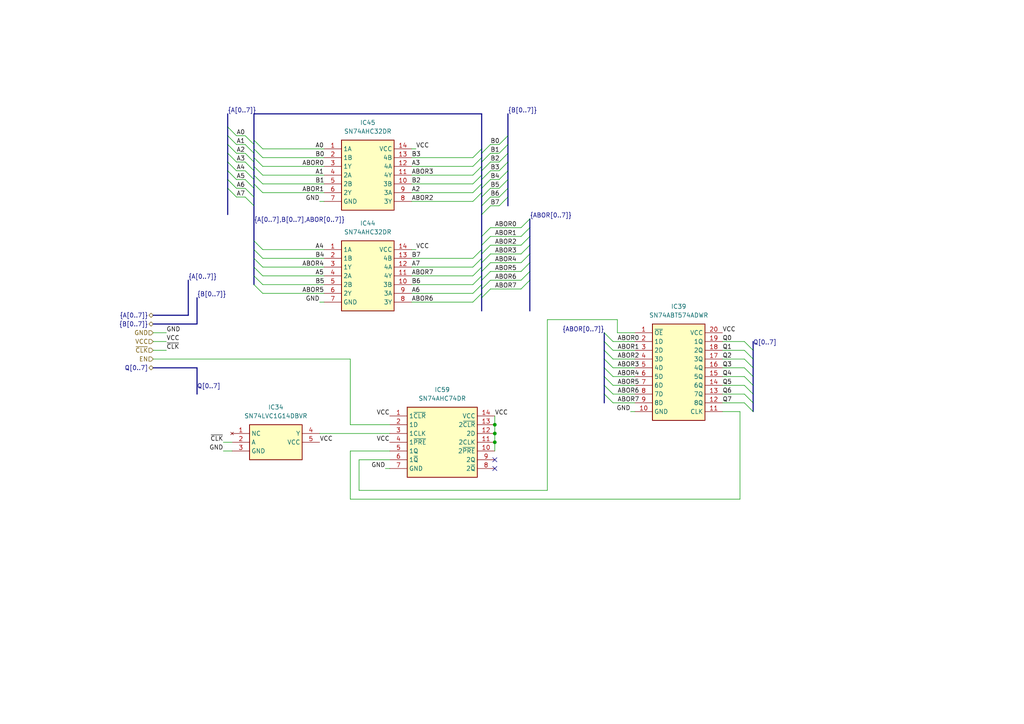
<source format=kicad_sch>
(kicad_sch (version 20250114) (generator "eeschema") (generator_version "9.0")
  (paper "A4")
  (lib_symbols
    (symbol "Samacsys:SN74ABT574ADWR"
      (property "Reference" "IC" (at 21.59 7.62 0))
      (property "Value" "SN74ABT574ADWR" (at 21.59 5.08 0))
      (symbol "SN74ABT574ADWR_1_1"
        (rectangle (start 5.08 2.54) (end 20.32 -25.4) (stroke (width 0.254)) (fill (type background)))
        (pin passive line (at 0 0 0) (length 5.08) (name "~{OE}") (number "1"))
        (pin passive line (at 0 -2.54 0) (length 5.08) (name "1D") (number "2"))
        (pin passive line (at 0 -5.08 0) (length 5.08) (name "2D") (number "3"))
        (pin passive line (at 0 -7.62 0) (length 5.08) (name "3D") (number "4"))
        (pin passive line (at 0 -10.16 0) (length 5.08) (name "4D") (number "5"))
        (pin passive line (at 0 -12.7 0) (length 5.08) (name "5D") (number "6"))
        (pin passive line (at 0 -15.24 0) (length 5.08) (name "6D") (number "7"))
        (pin passive line (at 0 -17.78 0) (length 5.08) (name "7D") (number "8"))
        (pin passive line (at 0 -20.32 0) (length 5.08) (name "8D") (number "9"))
        (pin passive line (at 0 -22.86 0) (length 5.08) (name "GND") (number "10"))
        (pin passive line (at 25.4 0 180) (length 5.08) (name "VCC") (number "20"))
        (pin passive line (at 25.4 -2.54 180) (length 5.08) (name "1Q") (number "19"))
        (pin passive line (at 25.4 -5.08 180) (length 5.08) (name "2Q") (number "18"))
        (pin passive line (at 25.4 -7.62 180) (length 5.08) (name "3Q") (number "17"))
        (pin passive line (at 25.4 -10.16 180) (length 5.08) (name "4Q") (number "16"))
        (pin passive line (at 25.4 -12.7 180) (length 5.08) (name "5Q") (number "15"))
        (pin passive line (at 25.4 -15.24 180) (length 5.08) (name "6Q") (number "14"))
        (pin passive line (at 25.4 -17.78 180) (length 5.08) (name "7Q") (number "13"))
        (pin passive line (at 25.4 -20.32 180) (length 5.08) (name "8Q") (number "12"))
        (pin passive line (at 25.4 -22.86 180) (length 5.08) (name "CLK") (number "11"))
      )
    )
    (symbol "Samacsys:SN74AHC32DR"
      (property "Reference" "IC" (at 21.59 7.62 0))
      (property "Value" "SN74AHC32DR" (at 21.59 5.08 0))
      (symbol "SN74AHC32DR_1_1"
        (rectangle (start 5.08 2.54) (end 20.32 -17.78) (stroke (width 0.254)) (fill (type background)))
        (pin passive line (at 0 0 0) (length 5.08) (name "1A") (number "1"))
        (pin passive line (at 0 -2.54 0) (length 5.08) (name "1B") (number "2"))
        (pin passive line (at 0 -5.08 0) (length 5.08) (name "1Y") (number "3"))
        (pin passive line (at 0 -7.62 0) (length 5.08) (name "2A") (number "4"))
        (pin passive line (at 0 -10.16 0) (length 5.08) (name "2B") (number "5"))
        (pin passive line (at 0 -12.7 0) (length 5.08) (name "2Y") (number "6"))
        (pin passive line (at 0 -15.24 0) (length 5.08) (name "GND") (number "7"))
        (pin passive line (at 25.4 0 180) (length 5.08) (name "VCC") (number "14"))
        (pin passive line (at 25.4 -2.54 180) (length 5.08) (name "4B") (number "13"))
        (pin passive line (at 25.4 -5.08 180) (length 5.08) (name "4A") (number "12"))
        (pin passive line (at 25.4 -7.62 180) (length 5.08) (name "4Y") (number "11"))
        (pin passive line (at 25.4 -10.16 180) (length 5.08) (name "3B") (number "10"))
        (pin passive line (at 25.4 -12.7 180) (length 5.08) (name "3A") (number "9"))
        (pin passive line (at 25.4 -15.24 180) (length 5.08) (name "3Y") (number "8"))
      )
    )
    (symbol "Samacsys:SN74AHC74DR"
      (property "Reference" "IC" (at 26.67 7.62 0))
      (property "Value" "SN74AHC74DR" (at 26.67 5.08 0))
      (symbol "SN74AHC74DR_1_1"
        (rectangle (start 5.08 2.54) (end 25.4 -17.78) (stroke (width 0.254)) (fill (type background)))
        (pin passive line (at 0 0 0) (length 5.08) (name "1~{CLR}") (number "1"))
        (pin passive line (at 0 -2.54 0) (length 5.08) (name "1D") (number "2"))
        (pin passive line (at 0 -5.08 0) (length 5.08) (name "1CLK") (number "3"))
        (pin passive line (at 0 -7.62 0) (length 5.08) (name "1~{PRE}") (number "4"))
        (pin passive line (at 0 -10.16 0) (length 5.08) (name "1Q") (number "5"))
        (pin passive line (at 0 -12.7 0) (length 5.08) (name "1~{Q}") (number "6"))
        (pin passive line (at 0 -15.24 0) (length 5.08) (name "GND") (number "7"))
        (pin passive line (at 30.48 0 180) (length 5.08) (name "VCC") (number "14"))
        (pin passive line (at 30.48 -2.54 180) (length 5.08) (name "2~{CLR}") (number "13"))
        (pin passive line (at 30.48 -5.08 180) (length 5.08) (name "2D") (number "12"))
        (pin passive line (at 30.48 -7.62 180) (length 5.08) (name "2CLK") (number "11"))
        (pin passive line (at 30.48 -10.16 180) (length 5.08) (name "2~{PRE}") (number "10"))
        (pin passive line (at 30.48 -12.7 180) (length 5.08) (name "2Q") (number "9"))
        (pin passive line (at 30.48 -15.24 180) (length 5.08) (name "2~{Q}") (number "8"))
      )
    )
    (symbol "Samacsys:SN74LVC1G14DBVR"
      (property "Reference" "IC" (at 21.59 7.62 0))
      (property "Value" "SN74LVC1G14DBVR" (at 21.59 5.08 0))
      (symbol "SN74LVC1G14DBVR_1_1"
        (rectangle (start 5.08 2.54) (end 20.32 -7.62) (stroke (width 0.254)) (fill (type background)))
        (pin no_connect line (at 0 0 0) (length 5.08) (name "NC") (number "1"))
        (pin passive line (at 0 -2.54 0) (length 5.08) (name "A") (number "2"))
        (pin passive line (at 0 -5.08 0) (length 5.08) (name "GND") (number "3"))
        (pin passive line (at 25.4 0 180) (length 5.08) (name "Y") (number "4"))
        (pin passive line (at 25.4 -2.54 180) (length 5.08) (name "VCC") (number "5"))
      )
    )
  )
  (junction (at 143.51 128.27))
  (junction (at 143.51 123.19))
  (junction (at 143.51 125.73))
  (no_connect (at 143.51 133.35))
  (no_connect (at 143.51 135.89))
  (bus_entry (at 73.66 53.34) (size 2.54 2.54))
  (bus_entry (at 73.66 48.26) (size 2.54 2.54))
  (bus_entry (at 66.04 54.61) (size 2.54 2.54))
  (bus_entry (at 71.12 49.53) (size 2.54 2.54))
  (bus_entry (at 144.78 41.91) (size 2.54 -2.54))
  (bus_entry (at 139.7 73.66) (size 2.54 -2.54))
  (bus_entry (at 66.04 39.37) (size 2.54 2.54))
  (bus_entry (at 139.7 74.93) (size -2.54 2.54))
  (bus_entry (at 177.8 106.68) (size -2.54 -2.54))
  (bus_entry (at 139.7 78.74) (size 2.54 -2.54))
  (bus_entry (at 139.7 71.12) (size 2.54 -2.54))
  (bus_entry (at 151.13 83.82) (size 2.54 -2.54))
  (bus_entry (at 177.8 99.06) (size -2.54 -2.54))
  (bus_entry (at 151.13 78.74) (size 2.54 -2.54))
  (bus_entry (at 144.78 44.45) (size 2.54 -2.54))
  (bus_entry (at 215.9 114.3) (size 2.54 2.54))
  (bus_entry (at 215.9 109.22) (size 2.54 2.54))
  (bus_entry (at 71.12 57.15) (size 2.54 2.54))
  (bus_entry (at 144.78 59.69) (size 2.54 -2.54))
  (bus_entry (at 66.04 44.45) (size 2.54 2.54))
  (bus_entry (at 139.7 80.01) (size -2.54 2.54))
  (bus_entry (at 73.66 43.18) (size 2.54 2.54))
  (bus_entry (at 73.66 40.64) (size 2.54 2.54))
  (bus_entry (at 139.7 59.69) (size 2.54 -2.54))
  (bus_entry (at 66.04 41.91) (size 2.54 2.54))
  (bus_entry (at 66.04 36.83) (size 2.54 2.54))
  (bus_entry (at 71.12 44.45) (size 2.54 2.54))
  (bus_entry (at 139.7 45.72) (size -2.54 2.54))
  (bus_entry (at 71.12 52.07) (size 2.54 2.54))
  (bus_entry (at 139.7 82.55) (size -2.54 2.54))
  (bus_entry (at 73.66 69.85) (size 2.54 2.54))
  (bus_entry (at 139.7 76.2) (size 2.54 -2.54))
  (bus_entry (at 73.66 82.55) (size 2.54 2.54))
  (bus_entry (at 139.7 68.58) (size 2.54 -2.54))
  (bus_entry (at 139.7 44.45) (size 2.54 -2.54))
  (bus_entry (at 218.44 109.22) (size -2.54 -2.54))
  (bus_entry (at 144.78 54.61) (size 2.54 -2.54))
  (bus_entry (at 139.7 50.8) (size -2.54 2.54))
  (bus_entry (at 175.26 109.22) (size 2.54 2.54))
  (bus_entry (at 71.12 39.37) (size 2.54 2.54))
  (bus_entry (at 175.26 106.68) (size 2.54 2.54))
  (bus_entry (at 218.44 101.6) (size -2.54 -2.54))
  (bus_entry (at 175.26 114.3) (size 2.54 2.54))
  (bus_entry (at 144.78 52.07) (size 2.54 -2.54))
  (bus_entry (at 139.7 83.82) (size 2.54 -2.54))
  (bus_entry (at 139.7 85.09) (size -2.54 2.54))
  (bus_entry (at 66.04 46.99) (size 2.54 2.54))
  (bus_entry (at 139.7 55.88) (size -2.54 2.54))
  (bus_entry (at 151.13 66.04) (size 2.54 -2.54))
  (bus_entry (at 139.7 57.15) (size 2.54 -2.54))
  (bus_entry (at 177.8 104.14) (size -2.54 -2.54))
  (bus_entry (at 215.9 111.76) (size 2.54 2.54))
  (bus_entry (at 175.26 111.76) (size 2.54 2.54))
  (bus_entry (at 218.44 104.14) (size -2.54 -2.54))
  (bus_entry (at 144.78 49.53) (size 2.54 -2.54))
  (bus_entry (at 151.13 71.12) (size 2.54 -2.54))
  (bus_entry (at 139.7 49.53) (size 2.54 -2.54))
  (bus_entry (at 218.44 106.68) (size -2.54 -2.54))
  (bus_entry (at 139.7 48.26) (size -2.54 2.54))
  (bus_entry (at 151.13 76.2) (size 2.54 -2.54))
  (bus_entry (at 66.04 49.53) (size 2.54 2.54))
  (bus_entry (at 73.66 77.47) (size 2.54 2.54))
  (bus_entry (at 139.7 77.47) (size -2.54 2.54))
  (bus_entry (at 177.8 101.6) (size -2.54 -2.54))
  (bus_entry (at 151.13 68.58) (size 2.54 -2.54))
  (bus_entry (at 215.9 116.84) (size 2.54 2.54))
  (bus_entry (at 73.66 50.8) (size 2.54 2.54))
  (bus_entry (at 139.7 46.99) (size 2.54 -2.54))
  (bus_entry (at 139.7 43.18) (size -2.54 2.54))
  (bus_entry (at 151.13 81.28) (size 2.54 -2.54))
  (bus_entry (at 144.78 57.15) (size 2.54 -2.54))
  (bus_entry (at 71.12 54.61) (size 2.54 2.54))
  (bus_entry (at 139.7 81.28) (size 2.54 -2.54))
  (bus_entry (at 139.7 62.23) (size 2.54 -2.54))
  (bus_entry (at 73.66 74.93) (size 2.54 2.54))
  (bus_entry (at 73.66 45.72) (size 2.54 2.54))
  (bus_entry (at 139.7 72.39) (size -2.54 2.54))
  (bus_entry (at 71.12 46.99) (size 2.54 2.54))
  (bus_entry (at 139.7 53.34) (size -2.54 2.54))
  (bus_entry (at 73.66 80.01) (size 2.54 2.54))
  (bus_entry (at 151.13 73.66) (size 2.54 -2.54))
  (bus_entry (at 71.12 41.91) (size 2.54 2.54))
  (bus_entry (at 144.78 46.99) (size 2.54 -2.54))
  (bus_entry (at 139.7 86.36) (size 2.54 -2.54))
  (bus_entry (at 139.7 54.61) (size 2.54 -2.54))
  (bus_entry (at 139.7 52.07) (size 2.54 -2.54))
  (bus_entry (at 73.66 72.39) (size 2.54 2.54))
  (bus_entry (at 66.04 52.07) (size 2.54 2.54))
  (wire (pts (xy 76.2 43.18) (xy 93.98 43.18)))
  (bus (pts (xy 73.66 49.53) (xy 73.66 50.8)))
  (wire (pts (xy 104.14 142.24) (xy 158.75 142.24)))
  (bus (pts (xy 139.7 80.01) (xy 139.7 81.28)))
  (bus (pts (xy 73.66 74.93) (xy 73.66 77.47)))
  (bus (pts (xy 139.7 73.66) (xy 139.7 74.93)))
  (bus (pts (xy 139.7 77.47) (xy 139.7 78.74)))
  (wire (pts (xy 142.24 46.99) (xy 144.78 46.99)))
  (wire (pts (xy 142.24 76.2) (xy 151.13 76.2)))
  (wire (pts (xy 209.55 109.22) (xy 215.9 109.22)))
  (wire (pts (xy 137.16 80.01) (xy 119.38 80.01)))
  (wire (pts (xy 184.15 111.76) (xy 177.8 111.76)))
  (wire (pts (xy 184.15 101.6) (xy 177.8 101.6)))
  (wire (pts (xy 76.2 74.93) (xy 93.98 74.93)))
  (wire (pts (xy 48.26 99.06) (xy 44.45 99.06)))
  (wire (pts (xy 137.16 74.93) (xy 119.38 74.93)))
  (wire (pts (xy 209.55 114.3) (xy 215.9 114.3)))
  (wire (pts (xy 137.16 58.42) (xy 119.38 58.42)))
  (wire (pts (xy 92.71 87.63) (xy 93.98 87.63)))
  (wire (pts (xy 142.24 83.82) (xy 151.13 83.82)))
  (bus (pts (xy 73.66 52.07) (xy 73.66 53.34)))
  (bus (pts (xy 139.7 59.69) (xy 139.7 62.23)))
  (wire (pts (xy 142.24 68.58) (xy 151.13 68.58)))
  (wire (pts (xy 142.24 49.53) (xy 144.78 49.53)))
  (wire (pts (xy 68.58 49.53) (xy 71.12 49.53)))
  (bus (pts (xy 175.26 114.3) (xy 175.26 116.84)))
  (bus (pts (xy 175.26 99.06) (xy 175.26 101.6)))
  (wire (pts (xy 179.07 92.71) (xy 179.07 96.52)))
  (wire (pts (xy 137.16 85.09) (xy 119.38 85.09)))
  (bus (pts (xy 175.26 96.52) (xy 175.26 99.06)))
  (bus (pts (xy 57.15 106.68) (xy 57.15 114.3)))
  (bus (pts (xy 73.66 50.8) (xy 73.66 52.07)))
  (bus (pts (xy 147.32 41.91) (xy 147.32 44.45)))
  (wire (pts (xy 76.2 80.01) (xy 93.98 80.01)))
  (wire (pts (xy 120.65 43.18) (xy 119.38 43.18)))
  (wire (pts (xy 104.14 133.35) (xy 104.14 142.24)))
  (bus (pts (xy 73.66 53.34) (xy 73.66 54.61)))
  (wire (pts (xy 142.24 52.07) (xy 144.78 52.07)))
  (bus (pts (xy 147.32 33.02) (xy 147.32 39.37)))
  (bus (pts (xy 218.44 114.3) (xy 218.44 116.84)))
  (wire (pts (xy 76.2 55.88) (xy 93.98 55.88)))
  (wire (pts (xy 137.16 55.88) (xy 119.38 55.88)))
  (bus (pts (xy 66.04 52.07) (xy 66.04 54.61)))
  (bus (pts (xy 139.7 83.82) (xy 139.7 85.09)))
  (wire (pts (xy 137.16 48.26) (xy 119.38 48.26)))
  (bus (pts (xy 73.66 41.91) (xy 73.66 43.18)))
  (bus (pts (xy 139.7 68.58) (xy 139.7 71.12)))
  (wire (pts (xy 76.2 85.09) (xy 93.98 85.09)))
  (bus (pts (xy 73.66 44.45) (xy 73.66 45.72)))
  (wire (pts (xy 182.88 119.38) (xy 184.15 119.38)))
  (bus (pts (xy 73.66 48.26) (xy 73.66 49.53)))
  (bus (pts (xy 139.7 52.07) (xy 139.7 53.34)))
  (wire (pts (xy 101.6 104.14) (xy 44.45 104.14)))
  (bus (pts (xy 218.44 106.68) (xy 218.44 109.22)))
  (bus (pts (xy 66.04 41.91) (xy 66.04 44.45)))
  (bus (pts (xy 153.67 66.04) (xy 153.67 68.58)))
  (bus (pts (xy 73.66 46.99) (xy 73.66 48.26)))
  (wire (pts (xy 92.71 125.73) (xy 113.03 125.73)))
  (wire (pts (xy 214.63 119.38) (xy 209.55 119.38)))
  (wire (pts (xy 113.03 133.35) (xy 104.14 133.35)))
  (bus (pts (xy 73.66 72.39) (xy 73.66 74.93)))
  (bus (pts (xy 175.26 106.68) (xy 175.26 109.22)))
  (wire (pts (xy 179.07 96.52) (xy 184.15 96.52)))
  (wire (pts (xy 137.16 77.47) (xy 119.38 77.47)))
  (bus (pts (xy 66.04 44.45) (xy 66.04 46.99)))
  (bus (pts (xy 139.7 78.74) (xy 139.7 80.01)))
  (bus (pts (xy 139.7 72.39) (xy 139.7 73.66)))
  (bus (pts (xy 139.7 45.72) (xy 139.7 46.99)))
  (wire (pts (xy 142.24 81.28) (xy 151.13 81.28)))
  (wire (pts (xy 64.77 128.27) (xy 67.31 128.27)))
  (wire (pts (xy 120.65 72.39) (xy 119.38 72.39)))
  (wire (pts (xy 44.45 96.52) (xy 48.26 96.52)))
  (wire (pts (xy 209.55 116.84) (xy 215.9 116.84)))
  (bus (pts (xy 73.66 80.01) (xy 73.66 82.55)))
  (wire (pts (xy 137.16 87.63) (xy 119.38 87.63)))
  (wire (pts (xy 48.26 101.6) (xy 44.45 101.6)))
  (bus (pts (xy 153.67 71.12) (xy 153.67 73.66)))
  (wire (pts (xy 143.51 120.65) (xy 143.51 123.19)))
  (wire (pts (xy 209.55 111.76) (xy 215.9 111.76)))
  (bus (pts (xy 57.15 86.36) (xy 57.15 93.98)))
  (wire (pts (xy 101.6 123.19) (xy 113.03 123.19)))
  (wire (pts (xy 184.15 104.14) (xy 177.8 104.14)))
  (bus (pts (xy 218.44 99.06) (xy 218.44 101.6)))
  (bus (pts (xy 66.04 36.83) (xy 66.04 39.37)))
  (bus (pts (xy 57.15 93.98) (xy 44.45 93.98)))
  (bus (pts (xy 139.7 54.61) (xy 139.7 55.88)))
  (bus (pts (xy 66.04 39.37) (xy 66.04 41.91)))
  (wire (pts (xy 101.6 144.78) (xy 214.63 144.78)))
  (wire (pts (xy 142.24 73.66) (xy 151.13 73.66)))
  (wire (pts (xy 76.2 50.8) (xy 93.98 50.8)))
  (bus (pts (xy 139.7 49.53) (xy 139.7 50.8)))
  (wire (pts (xy 209.55 106.68) (xy 215.9 106.68)))
  (bus (pts (xy 73.66 57.15) (xy 73.66 59.69)))
  (wire (pts (xy 64.77 130.81) (xy 67.31 130.81)))
  (wire (pts (xy 68.58 41.91) (xy 71.12 41.91)))
  (wire (pts (xy 68.58 54.61) (xy 71.12 54.61)))
  (bus (pts (xy 139.7 43.18) (xy 139.7 44.45)))
  (bus (pts (xy 218.44 116.84) (xy 218.44 119.38)))
  (bus (pts (xy 147.32 54.61) (xy 147.32 57.15)))
  (wire (pts (xy 111.76 135.89) (xy 113.03 135.89)))
  (bus (pts (xy 139.7 81.28) (xy 139.7 82.55)))
  (bus (pts (xy 139.7 46.99) (xy 139.7 48.26)))
  (bus (pts (xy 175.26 109.22) (xy 175.26 111.76)))
  (bus (pts (xy 139.7 33.02) (xy 73.66 33.02)))
  (wire (pts (xy 76.2 48.26) (xy 93.98 48.26)))
  (wire (pts (xy 184.15 116.84) (xy 177.8 116.84)))
  (bus (pts (xy 54.61 91.44) (xy 54.61 81.28)))
  (wire (pts (xy 209.55 99.06) (xy 215.9 99.06)))
  (bus (pts (xy 147.32 46.99) (xy 147.32 49.53)))
  (wire (pts (xy 76.2 82.55) (xy 93.98 82.55)))
  (wire (pts (xy 142.24 54.61) (xy 144.78 54.61)))
  (bus (pts (xy 66.04 46.99) (xy 66.04 49.53)))
  (wire (pts (xy 214.63 144.78) (xy 214.63 119.38)))
  (bus (pts (xy 73.66 43.18) (xy 73.66 44.45)))
  (bus (pts (xy 175.26 111.76) (xy 175.26 114.3)))
  (bus (pts (xy 139.7 86.36) (xy 139.7 90.17)))
  (wire (pts (xy 142.24 41.91) (xy 144.78 41.91)))
  (wire (pts (xy 142.24 59.69) (xy 144.78 59.69)))
  (bus (pts (xy 139.7 55.88) (xy 139.7 57.15)))
  (wire (pts (xy 143.51 128.27) (xy 143.51 130.81)))
  (bus (pts (xy 44.45 106.68) (xy 57.15 106.68)))
  (wire (pts (xy 184.15 109.22) (xy 177.8 109.22)))
  (bus (pts (xy 66.04 49.53) (xy 66.04 52.07)))
  (wire (pts (xy 68.58 52.07) (xy 71.12 52.07)))
  (wire (pts (xy 76.2 77.47) (xy 93.98 77.47)))
  (bus (pts (xy 139.7 33.02) (xy 139.7 43.18)))
  (wire (pts (xy 137.16 45.72) (xy 119.38 45.72)))
  (bus (pts (xy 139.7 57.15) (xy 139.7 59.69)))
  (bus (pts (xy 73.66 33.02) (xy 73.66 40.64)))
  (bus (pts (xy 147.32 57.15) (xy 147.32 59.69)))
  (bus (pts (xy 147.32 44.45) (xy 147.32 46.99)))
  (wire (pts (xy 209.55 104.14) (xy 215.9 104.14)))
  (bus (pts (xy 73.66 54.61) (xy 73.66 57.15)))
  (wire (pts (xy 209.55 101.6) (xy 215.9 101.6)))
  (bus (pts (xy 139.7 53.34) (xy 139.7 54.61)))
  (wire (pts (xy 184.15 106.68) (xy 177.8 106.68)))
  (bus (pts (xy 218.44 101.6) (xy 218.44 104.14)))
  (bus (pts (xy 139.7 85.09) (xy 139.7 86.36)))
  (wire (pts (xy 137.16 50.8) (xy 119.38 50.8)))
  (bus (pts (xy 73.66 59.69) (xy 73.66 69.85)))
  (wire (pts (xy 137.16 82.55) (xy 119.38 82.55)))
  (bus (pts (xy 147.32 52.07) (xy 147.32 54.61)))
  (bus (pts (xy 153.67 81.28) (xy 153.67 90.17)))
  (bus (pts (xy 139.7 62.23) (xy 139.7 68.58)))
  (bus (pts (xy 153.67 63.5) (xy 153.67 66.04)))
  (bus (pts (xy 139.7 50.8) (xy 139.7 52.07)))
  (wire (pts (xy 142.24 66.04) (xy 151.13 66.04)))
  (bus (pts (xy 73.66 40.64) (xy 73.66 41.91)))
  (bus (pts (xy 218.44 109.22) (xy 218.44 111.76)))
  (bus (pts (xy 147.32 49.53) (xy 147.32 52.07)))
  (bus (pts (xy 73.66 69.85) (xy 73.66 72.39)))
  (wire (pts (xy 142.24 44.45) (xy 144.78 44.45)))
  (wire (pts (xy 184.15 114.3) (xy 177.8 114.3)))
  (bus (pts (xy 139.7 71.12) (xy 139.7 72.39)))
  (wire (pts (xy 68.58 39.37) (xy 71.12 39.37)))
  (wire (pts (xy 184.15 99.06) (xy 177.8 99.06)))
  (wire (pts (xy 92.71 58.42) (xy 93.98 58.42)))
  (bus (pts (xy 147.32 39.37) (xy 147.32 41.91)))
  (wire (pts (xy 76.2 45.72) (xy 93.98 45.72)))
  (bus (pts (xy 66.04 54.61) (xy 66.04 62.23)))
  (wire (pts (xy 137.16 53.34) (xy 119.38 53.34)))
  (bus (pts (xy 218.44 111.76) (xy 218.44 114.3)))
  (bus (pts (xy 153.67 78.74) (xy 153.67 81.28)))
  (bus (pts (xy 175.26 104.14) (xy 175.26 106.68)))
  (bus (pts (xy 218.44 104.14) (xy 218.44 106.68)))
  (bus (pts (xy 73.66 45.72) (xy 73.66 46.99)))
  (bus (pts (xy 44.45 91.44) (xy 54.61 91.44)))
  (bus (pts (xy 139.7 76.2) (xy 139.7 77.47)))
  (bus (pts (xy 153.67 76.2) (xy 153.67 78.74)))
  (wire (pts (xy 101.6 130.81) (xy 101.6 144.78)))
  (bus (pts (xy 153.67 68.58) (xy 153.67 71.12)))
  (bus (pts (xy 153.67 73.66) (xy 153.67 76.2)))
  (wire (pts (xy 142.24 78.74) (xy 151.13 78.74)))
  (bus (pts (xy 175.26 101.6) (xy 175.26 104.14)))
  (wire (pts (xy 142.24 57.15) (xy 144.78 57.15)))
  (bus (pts (xy 66.04 33.02) (xy 66.04 36.83)))
  (wire (pts (xy 76.2 72.39) (xy 93.98 72.39)))
  (wire (pts (xy 68.58 57.15) (xy 71.12 57.15)))
  (wire (pts (xy 76.2 53.34) (xy 93.98 53.34)))
  (wire (pts (xy 143.51 125.73) (xy 143.51 128.27)))
  (wire (pts (xy 68.58 46.99) (xy 71.12 46.99)))
  (wire (pts (xy 143.51 123.19) (xy 143.51 125.73)))
  (bus (pts (xy 139.7 48.26) (xy 139.7 49.53)))
  (bus (pts (xy 73.66 77.47) (xy 73.66 80.01)))
  (wire (pts (xy 158.75 92.71) (xy 179.07 92.71)))
  (wire (pts (xy 158.75 142.24) (xy 158.75 92.71)))
  (bus (pts (xy 139.7 82.55) (xy 139.7 83.82)))
  (wire (pts (xy 101.6 104.14) (xy 101.6 123.19)))
  (bus (pts (xy 139.7 74.93) (xy 139.7 76.2)))
  (bus (pts (xy 139.7 44.45) (xy 139.7 45.72)))
  (wire (pts (xy 142.24 71.12) (xy 151.13 71.12)))
  (wire (pts (xy 113.03 130.81) (xy 101.6 130.81)))
  (wire (pts (xy 68.58 44.45) (xy 71.12 44.45)))
  (label "B4" (at 91.44 74.93 0))
  (label "A1" (at 68.58 41.91 0))
  (label "GND" (at 92.71 58.42 180))
  (label "A3" (at 119.38 48.26 0))
  (label "ABOR2" (at 143.51 71.12 0))
  (label "Q7" (at 209.55 116.84 0))
  (label "B0" (at 91.44 45.72 0))
  (label "VCC" (at 143.51 120.65 0))
  (label "A3" (at 68.58 46.99 0))
  (label "{B[0..7]}" (at 147.32 33.02 0))
  (label "ABOR4" (at 143.51 76.2 0))
  (label "GND" (at 182.88 119.38 180))
  (label "ABOR2" (at 179.07 104.14 0))
  (label "Q5" (at 209.55 111.76 0))
  (label "A2" (at 68.58 44.45 0))
  (label "GND" (at 92.71 87.63 180))
  (label "ABOR0" (at 179.07 99.06 0))
  (label "A1" (at 91.44 50.8 0))
  (label "ABOR1" (at 87.63 55.88 0))
  (label "Q3" (at 209.55 106.68 0))
  (label "Q6" (at 209.55 114.3 0))
  (label "~{CLK}" (at 48.26 101.6 0))
  (label "ABOR6" (at 179.07 114.3 0))
  (label "{A[0..7]}" (at 54.61 81.28 0))
  (label "A0" (at 91.44 43.18 0))
  (label "ABOR1" (at 143.51 68.58 0))
  (label "A5" (at 91.44 80.01 0))
  (label "VCC" (at 209.55 96.52 0))
  (label "ABOR5" (at 179.07 111.76 0))
  (label "B7" (at 142.24 59.69 0))
  (label "{A[0..7],B[0..7],ABOR[0..7]}" (at 73.66 64.77 0))
  (label "GND" (at 64.77 130.81 180))
  (label "{ABOR[0..7]}" (at 175.26 96.52 180))
  (label "VCC" (at 113.03 120.65 180))
  (label "B4" (at 142.24 52.07 0))
  (label "{B[0..7]}" (at 57.15 86.36 0))
  (label "{A[0..7]}" (at 66.04 33.02 0))
  (label "ABOR0" (at 143.51 66.04 0))
  (label "B2" (at 119.38 53.34 0))
  (label "Q[0..7]" (at 218.44 100.33 0))
  (label "Q4" (at 209.55 109.22 0))
  (label "ABOR3" (at 119.38 50.8 0))
  (label "VCC" (at 113.03 128.27 180))
  (label "ABOR7" (at 119.38 80.01 0))
  (label "A7" (at 68.58 57.15 0))
  (label "Q1" (at 209.55 101.6 0))
  (label "ABOR2" (at 119.38 58.42 0))
  (label "B1" (at 91.44 53.34 0))
  (label "A4" (at 68.58 49.53 0))
  (label "A2" (at 119.38 55.88 0))
  (label "B7" (at 119.38 74.93 0))
  (label "A0" (at 68.58 39.37 0))
  (label "ABOR7" (at 179.07 116.84 0))
  (label "Q2" (at 209.55 104.14 0))
  (label "~{CLK}" (at 64.77 128.27 180))
  (label "ABOR1" (at 179.07 101.6 0))
  (label "VCC" (at 48.26 99.06 0))
  (label "{ABOR[0..7]}" (at 153.67 63.5 0))
  (label "B6" (at 142.24 57.15 0))
  (label "GND" (at 111.76 135.89 180))
  (label "GND" (at 48.26 96.52 0))
  (label "B3" (at 119.38 45.72 0))
  (label "A5" (at 68.58 52.07 0))
  (label "Q[0..7]" (at 57.15 113.03 0))
  (label "VCC" (at 120.65 43.18 0))
  (label "ABOR5" (at 143.51 78.74 0))
  (label "A6" (at 68.58 54.61 0))
  (label "VCC" (at 92.71 128.27 0))
  (label "A7" (at 119.38 77.47 0))
  (label "A6" (at 119.38 85.09 0))
  (label "ABOR0" (at 87.63 48.26 0))
  (label "ABOR5" (at 87.63 85.09 0))
  (label "ABOR4" (at 179.07 109.22 0))
  (label "B1" (at 142.24 44.45 0))
  (label "B5" (at 142.24 54.61 0))
  (label "B3" (at 142.24 49.53 0))
  (label "A4" (at 91.44 72.39 0))
  (label "VCC" (at 120.65 72.39 0))
  (label "Q0" (at 209.55 99.06 0))
  (label "B5" (at 91.44 82.55 0))
  (label "B6" (at 119.38 82.55 0))
  (label "ABOR7" (at 143.51 83.82 0))
  (label "B2" (at 142.24 46.99 0))
  (label "ABOR6" (at 119.38 87.63 0))
  (label "ABOR6" (at 143.51 81.28 0))
  (label "B0" (at 142.24 41.91 0))
  (label "ABOR3" (at 143.51 73.66 0))
  (label "ABOR4" (at 87.63 77.47 0))
  (label "ABOR3" (at 179.07 106.68 0))
  (hierarchical_label "VCC" (shape input) (at 44.45 99.06 180))
  (hierarchical_label "{A[0..7]}" (shape tri_state) (at 44.45 91.44 180))
  (hierarchical_label "GND" (shape input) (at 44.45 96.52 180))
  (hierarchical_label "{B[0..7]}" (shape tri_state) (at 44.45 93.98 180))
  (hierarchical_label "EN" (shape input) (at 44.45 104.14 180))
  (hierarchical_label "Q[0..7]" (shape tri_state) (at 44.45 106.68 180))
  (hierarchical_label "~{CLK}" (shape input) (at 44.45 101.6 180))
  (symbol (lib_id "Samacsys:SN74LVC1G14DBVR") (at 67.31 125.73 0) (unit 1)
    (property "Reference" "IC34" (at 80.01 118.11 0))
    (property "Value" "SN74LVC1G14DBVR" (at 80.01 120.65 0))
    (property "Footprint" "Samacsys:SOT95P280X145-5N" (effects (hide yes)))
    (property "Datasheet" "https://datasheet.datasheetarchive.com/originals/distributors/Datasheets-DGA13/1136296.pdf" (effects (hide yes)))
    (property "Description" "TEXAS INSTRUMENTS - SN74LVC1G14DBVR - IC, SCHMITT TRIGGER INVERTER, SMD" (effects (hide yes)))
    (property "Height" "1.45" (effects (hide yes)))
    (property "Mouser Part Number" "595-SN74LVC1G14DBVR" (effects (hide yes)))
    (property "Mouser Price/Stock" "https://www.mouser.co.uk/ProductDetail/Texas-Instruments/SN74LVC1G14DBVR?qs=dT9u2OTAaVWRIgCrQFnxuQ%3D%3D" (effects (hide yes)))
    (property "Manufacturer_Name" "Texas Instruments" (effects (hide yes)))
    (property "Manufacturer_Part_Number" "SN74LVC1G14DBVR" (effects (hide yes)))
  )
  (symbol (lib_id "Samacsys:SN74AHC32DR") (at 93.98 72.39 0) (unit 1)
    (property "Reference" "IC44" (at 106.68 64.77 0))
    (property "Value" "SN74AHC32DR" (at 106.68 67.31 0))
    (property "Footprint" "Samacsys:SOIC127P600X175-14N" (effects (hide yes)))
    (property "Datasheet" "http://www.ti.com/lit/gpn/sn74ahc32" (effects (hide yes)))
    (property "Description" "Quadruple 2-Input Positive-OR Gates" (effects (hide yes)))
    (property "Height" "1.75" (effects (hide yes)))
    (property "Mouser Part Number" "595-SN74AHC32DR" (effects (hide yes)))
    (property "Mouser Price/Stock" "https://www.mouser.co.uk/ProductDetail/Texas-Instruments/SN74AHC32DR?qs=bvpNxolhIUP1gpgKlKyYQQ%3D%3D" (effects (hide yes)))
    (property "Manufacturer_Name" "Texas Instruments" (effects (hide yes)))
    (property "Manufacturer_Part_Number" "SN74AHC32DR" (effects (hide yes)))
  )
  (symbol (lib_id "Samacsys:SN74ABT574ADWR") (at 184.15 96.52 0) (unit 1)
    (property "Reference" "IC39" (at 196.85 88.9 0))
    (property "Value" "SN74ABT574ADWR" (at 196.85 91.44 0))
    (property "Footprint" "Samacsys:SOIC127P1030X265-20N" (effects (hide yes)))
    (property "Datasheet" "http://www.ti.com/lit/gpn/sn74abt574a" (effects (hide yes)))
    (property "Description" "Texas Instruments SN74ABT574ADWR, D Type Bus Interface Flip Flop, 3-State, 4.5  5.5 V, 20-Pin SOIC" (effects (hide yes)))
    (property "Height" "2.65" (effects (hide yes)))
    (property "Mouser Part Number" "595-SN74ABT574ADWR" (effects (hide yes)))
    (property "Mouser Price/Stock" "https://www.mouser.co.uk/ProductDetail/Texas-Instruments/SN74ABT574ADWR?qs=nMmhAzRCgdCWNOUsuPi1DA%3D%3D" (effects (hide yes)))
    (property "Manufacturer_Name" "Texas Instruments" (effects (hide yes)))
    (property "Manufacturer_Part_Number" "SN74ABT574ADWR" (effects (hide yes)))
  )
  (symbol (lib_id "Samacsys:SN74AHC74DR") (at 113.03 120.65 0) (unit 1)
    (property "Reference" "IC59" (at 128.27 113.03 0))
    (property "Value" "SN74AHC74DR" (at 128.27 115.57 0))
    (property "Footprint" "Samacsys:SOIC127P600X175-14N" (effects (hide yes)))
    (property "Datasheet" "http://www.ti.com/lit/gpn/sn74ahc74" (effects (hide yes)))
    (property "Description" "Dual Positive-Edge-Triggered D-Type Flip-Flops With Clear and Preset" (effects (hide yes)))
    (property "Height" "1.75" (effects (hide yes)))
    (property "Mouser Part Number" "595-SN74AHC74DR" (effects (hide yes)))
    (property "Mouser Price/Stock" "https://www.mouser.co.uk/ProductDetail/Texas-Instruments/SN74AHC74DR?qs=st7IWvlL5%2FgP9OJq63EsFQ%3D%3D" (effects (hide yes)))
    (property "Manufacturer_Name" "Texas Instruments" (effects (hide yes)))
    (property "Manufacturer_Part_Number" "SN74AHC74DR" (effects (hide yes)))
  )
  (symbol (lib_id "Samacsys:SN74AHC32DR") (at 93.98 43.18 0) (unit 1)
    (property "Reference" "IC45" (at 106.68 35.56 0))
    (property "Value" "SN74AHC32DR" (at 106.68 38.1 0))
    (property "Footprint" "Samacsys:SOIC127P600X175-14N" (effects (hide yes)))
    (property "Datasheet" "http://www.ti.com/lit/gpn/sn74ahc32" (effects (hide yes)))
    (property "Description" "Quadruple 2-Input Positive-OR Gates" (effects (hide yes)))
    (property "Height" "1.75" (effects (hide yes)))
    (property "Mouser Part Number" "595-SN74AHC32DR" (effects (hide yes)))
    (property "Mouser Price/Stock" "https://www.mouser.co.uk/ProductDetail/Texas-Instruments/SN74AHC32DR?qs=bvpNxolhIUP1gpgKlKyYQQ%3D%3D" (effects (hide yes)))
    (property "Manufacturer_Name" "Texas Instruments" (effects (hide yes)))
    (property "Manufacturer_Part_Number" "SN74AHC32DR" (effects (hide yes)))
  )
)
</source>
